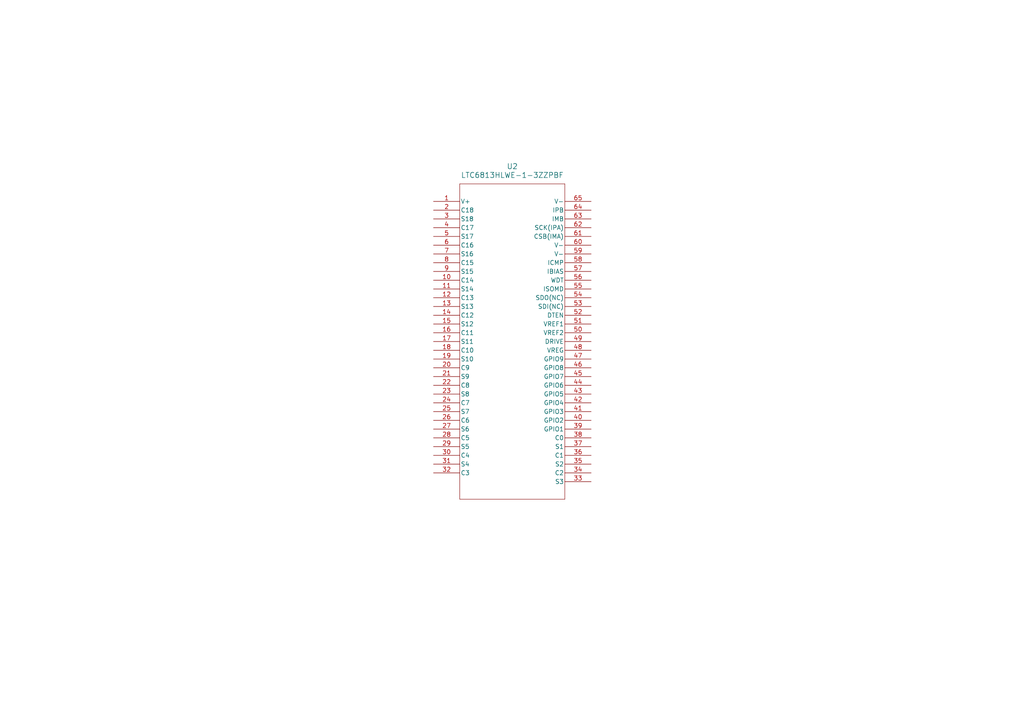
<source format=kicad_sch>
(kicad_sch (version 20231120) (generator "eeschema") (generator_version "8.0")
  (paper "A4")
  (lib_symbols
    (symbol "0_PMIC:LTC6813HLWE-1-3ZZPBF" (pin_names (offset 0.254))
      (property "Reference" "U" (at 22.86 10.16 0))
      (property "Value" "LTC6813HLWE-1-3ZZPBF" (at 22.86 7.62 0))
      (symbol "LTC6813HLWE-1-3ZZPBF_0_1"
        (polyline (pts (xy 7.62 -86.36) (xy 38.1 -86.36)) (stroke (width 0.127)))
        (polyline (pts (xy 7.62 5.08) (xy 7.62 -86.36)) (stroke (width 0.127)))
        (polyline (pts (xy 38.1 -86.36) (xy 38.1 5.08)) (stroke (width 0.127)))
        (polyline (pts (xy 38.1 5.08) (xy 7.62 5.08)) (stroke (width 0.127)))
        (pin power_in line (at 0 0 0) (length 7.62) (name "V+") (number "1"))
        (pin input line (at 0 -22.86 0) (length 7.62) (name "C14") (number "10"))
        (pin bidirectional line (at 0 -25.4 0) (length 7.62) (name "S14") (number "11"))
        (pin input line (at 0 -27.94 0) (length 7.62) (name "C13") (number "12"))
        (pin bidirectional line (at 0 -30.48 0) (length 7.62) (name "S13") (number "13"))
        (pin input line (at 0 -33.02 0) (length 7.62) (name "C12") (number "14"))
        (pin bidirectional line (at 0 -35.56 0) (length 7.62) (name "S12") (number "15"))
        (pin input line (at 0 -38.1 0) (length 7.62) (name "C11") (number "16"))
        (pin bidirectional line (at 0 -40.64 0) (length 7.62) (name "S11") (number "17"))
        (pin input line (at 0 -43.18 0) (length 7.62) (name "C10") (number "18"))
        (pin bidirectional line (at 0 -45.72 0) (length 7.62) (name "S10") (number "19"))
        (pin input line (at 0 -2.54 0) (length 7.62) (name "C18") (number "2"))
        (pin input line (at 0 -48.26 0) (length 7.62) (name "C9") (number "20"))
        (pin bidirectional line (at 0 -50.8 0) (length 7.62) (name "S9") (number "21"))
        (pin input line (at 0 -53.34 0) (length 7.62) (name "C8") (number "22"))
        (pin bidirectional line (at 0 -55.88 0) (length 7.62) (name "S8") (number "23"))
        (pin input line (at 0 -58.42 0) (length 7.62) (name "C7") (number "24"))
        (pin bidirectional line (at 0 -60.96 0) (length 7.62) (name "S7") (number "25"))
        (pin input line (at 0 -63.5 0) (length 7.62) (name "C6") (number "26"))
        (pin bidirectional line (at 0 -66.04 0) (length 7.62) (name "S6") (number "27"))
        (pin input line (at 0 -68.58 0) (length 7.62) (name "C5") (number "28"))
        (pin bidirectional line (at 0 -71.12 0) (length 7.62) (name "S5") (number "29"))
        (pin bidirectional line (at 0 -5.08 0) (length 7.62) (name "S18") (number "3"))
        (pin input line (at 0 -73.66 0) (length 7.62) (name "C4") (number "30"))
        (pin bidirectional line (at 0 -76.2 0) (length 7.62) (name "S4") (number "31"))
        (pin input line (at 0 -78.74 0) (length 7.62) (name "C3") (number "32"))
        (pin bidirectional line (at 45.72 -81.28 180) (length 7.62) (name "S3") (number "33"))
        (pin input line (at 45.72 -78.74 180) (length 7.62) (name "C2") (number "34"))
        (pin bidirectional line (at 45.72 -76.2 180) (length 7.62) (name "S2") (number "35"))
        (pin input line (at 45.72 -73.66 180) (length 7.62) (name "C1") (number "36"))
        (pin bidirectional line (at 45.72 -71.12 180) (length 7.62) (name "S1") (number "37"))
        (pin input line (at 45.72 -68.58 180) (length 7.62) (name "C0") (number "38"))
        (pin bidirectional line (at 45.72 -66.04 180) (length 7.62) (name "GPIO1") (number "39"))
        (pin input line (at 0 -7.62 0) (length 7.62) (name "C17") (number "4"))
        (pin bidirectional line (at 45.72 -63.5 180) (length 7.62) (name "GPIO2") (number "40"))
        (pin bidirectional line (at 45.72 -60.96 180) (length 7.62) (name "GPIO3") (number "41"))
        (pin bidirectional line (at 45.72 -58.42 180) (length 7.62) (name "GPIO4") (number "42"))
        (pin bidirectional line (at 45.72 -55.88 180) (length 7.62) (name "GPIO5") (number "43"))
        (pin bidirectional line (at 45.72 -53.34 180) (length 7.62) (name "GPIO6") (number "44"))
        (pin bidirectional line (at 45.72 -50.8 180) (length 7.62) (name "GPIO7") (number "45"))
        (pin bidirectional line (at 45.72 -48.26 180) (length 7.62) (name "GPIO8") (number "46"))
        (pin bidirectional line (at 45.72 -45.72 180) (length 7.62) (name "GPIO9") (number "47"))
        (pin power_in line (at 45.72 -43.18 180) (length 7.62) (name "VREG") (number "48"))
        (pin power_in line (at 45.72 -40.64 180) (length 7.62) (name "DRIVE") (number "49"))
        (pin bidirectional line (at 0 -10.16 0) (length 7.62) (name "S17") (number "5"))
        (pin power_in line (at 45.72 -38.1 180) (length 7.62) (name "VREF2") (number "50"))
        (pin power_in line (at 45.72 -35.56 180) (length 7.62) (name "VREF1") (number "51"))
        (pin input line (at 45.72 -33.02 180) (length 7.62) (name "DTEN") (number "52"))
        (pin unspecified line (at 45.72 -30.48 180) (length 7.62) (name "SDI(NC)") (number "53"))
        (pin unspecified line (at 45.72 -27.94 180) (length 7.62) (name "SDO(NC)") (number "54"))
        (pin unspecified line (at 45.72 -25.4 180) (length 7.62) (name "ISOMD") (number "55"))
        (pin output line (at 45.72 -22.86 180) (length 7.62) (name "WDT") (number "56"))
        (pin power_in line (at 45.72 -20.32 180) (length 7.62) (name "IBIAS") (number "57"))
        (pin unspecified line (at 45.72 -17.78 180) (length 7.62) (name "ICMP") (number "58"))
        (pin power_in line (at 45.72 -15.24 180) (length 7.62) (name "V-") (number "59"))
        (pin input line (at 0 -12.7 0) (length 7.62) (name "C16") (number "6"))
        (pin power_in line (at 45.72 -12.7 180) (length 7.62) (name "V-") (number "60"))
        (pin bidirectional line (at 45.72 -10.16 180) (length 7.62) (name "CSB(IMA)") (number "61"))
        (pin bidirectional line (at 45.72 -7.62 180) (length 7.62) (name "SCK(IPA)") (number "62"))
        (pin bidirectional line (at 45.72 -5.08 180) (length 7.62) (name "IMB") (number "63"))
        (pin bidirectional line (at 45.72 -2.54 180) (length 7.62) (name "IPB") (number "64"))
        (pin power_in line (at 45.72 0 180) (length 7.62) (name "V-") (number "65"))
        (pin bidirectional line (at 0 -15.24 0) (length 7.62) (name "S16") (number "7"))
        (pin input line (at 0 -17.78 0) (length 7.62) (name "C15") (number "8"))
        (pin bidirectional line (at 0 -20.32 0) (length 7.62) (name "S15") (number "9"))
      )
    )
  )
  (symbol (lib_id "0_PMIC:LTC6813HLWE-1-3ZZPBF") (at 125.73 58.42 0) (unit 1)
    (property "Reference" "U2" (at 148.59 48.26 0) (effects (font (size 1.524 1.524))))
    (property "Value" "LTC6813HLWE-1-3ZZPBF" (at 148.59 50.8 0) (effects (font (size 1.524 1.524))))
    (property "Footprint" "0_PMIC:05-08-1982_ADI" (effects (hide yes)))
    (property "Datasheet" "LTC6813HLWE-1-3ZZPBF" (effects (hide yes)))
  )
)
</source>
